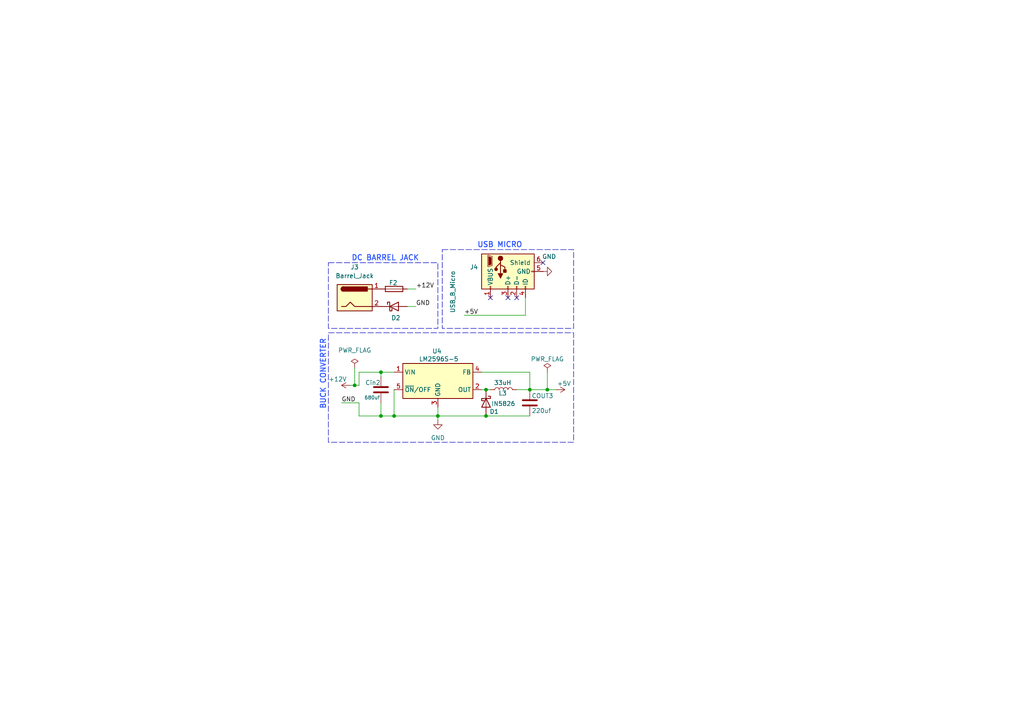
<source format=kicad_sch>
(kicad_sch (version 20250114) (generator "eeschema") (generator_version "9.0")
  (paper "A4")
  (lib_symbols
    (symbol "Connector:Barrel_Jack" (pin_names (offset 1.016))
      (property "Reference" "J" (at 0 5.334 0))
      (property "Value" "Barrel_Jack" (at 0 -5.08 0))
      (symbol "Barrel_Jack_0_1"
        (rectangle (start -5.08 3.81) (end 5.08 -3.81) (stroke (width 0.254)) (fill (type background)))
        (polyline (pts (xy -3.81 -2.54) (xy -2.54 -2.54) (xy -1.27 -1.27) (xy 0 -2.54) (xy 2.54 -2.54) (xy 5.08 -2.54)) (stroke (width 0.254)))
        (arc (start -3.302 1.905) (mid -3.9343 2.54) (end -3.302 3.175) (stroke (width 0.254)))
        (arc (start -3.302 1.905) (mid -3.9343 2.54) (end -3.302 3.175) (stroke (width 0.254)) (fill (type outline)))
        (rectangle (start 3.683 3.175) (end -3.302 1.905) (stroke (width 0.254)) (fill (type outline)))
        (polyline (pts (xy 5.08 2.54) (xy 3.81 2.54)) (stroke (width 0.254)))
      )
      (symbol "Barrel_Jack_1_1"
        (pin passive line (at 7.62 2.54 180) (length 2.54) (name "~") (number "1"))
        (pin passive line (at 7.62 -2.54 180) (length 2.54) (name "~") (number "2"))
      )
    )
    (symbol "Connector:USB_B_Micro" (pin_names (offset 1.016))
      (property "Reference" "J" (at -5.08 11.43 0))
      (property "Value" "USB_B_Micro" (at -5.08 8.89 0))
      (symbol "USB_B_Micro_0_1"
        (rectangle (start -5.08 -7.62) (end 5.08 7.62) (stroke (width 0.254)) (fill (type background)))
        (polyline (pts (xy -4.699 5.842) (xy -4.699 5.588) (xy -4.445 4.826) (xy -4.445 4.572) (xy -1.651 4.572) (xy -1.651 4.826) (xy -1.397 5.588) (xy -1.397 5.842) (xy -4.699 5.842)))
        (polyline (pts (xy -4.318 5.588) (xy -1.778 5.588) (xy -2.032 4.826) (xy -4.064 4.826) (xy -4.318 5.588)) (fill (type outline)))
        (circle (center -3.81 2.159) (radius 0.635) (stroke (width 0.254)) (fill (type outline)))
        (polyline (pts (xy -3.175 2.159) (xy -2.54 2.159) (xy -1.27 3.429) (xy -0.635 3.429)) (stroke (width 0.254)))
        (polyline (pts (xy -2.54 2.159) (xy -1.905 2.159) (xy -1.27 0.889) (xy 0 0.889)) (stroke (width 0.254)))
        (polyline (pts (xy -1.905 2.159) (xy 0.635 2.159)) (stroke (width 0.254)))
        (circle (center -0.635 3.429) (radius 0.381) (stroke (width 0.254)) (fill (type outline)))
        (rectangle (start -0.127 -7.62) (end 0.127 -6.858))
        (rectangle (start 0.254 1.27) (end -0.508 0.508) (stroke (width 0.254)) (fill (type outline)))
        (polyline (pts (xy 0.635 2.794) (xy 0.635 1.524) (xy 1.905 2.159) (xy 0.635 2.794)) (stroke (width 0.254)) (fill (type outline)))
        (rectangle (start 5.08 4.953) (end 4.318 5.207))
        (rectangle (start 5.08 -0.127) (end 4.318 0.127))
        (rectangle (start 5.08 -2.667) (end 4.318 -2.413))
        (rectangle (start 5.08 -5.207) (end 4.318 -4.953))
      )
      (symbol "USB_B_Micro_1_1"
        (pin passive line (at -2.54 -10.16 90) (length 2.54) (name "Shield") (number "6"))
        (pin power_out line (at 0 -10.16 90) (length 2.54) (name "GND") (number "5"))
        (pin power_out line (at 7.62 5.08 180) (length 2.54) (name "VBUS") (number "1"))
        (pin bidirectional line (at 7.62 0 180) (length 2.54) (name "D+") (number "3"))
        (pin bidirectional line (at 7.62 -2.54 180) (length 2.54) (name "D-") (number "2"))
        (pin passive line (at 7.62 -5.08 180) (length 2.54) (name "ID") (number "4"))
      )
    )
    (symbol "Device:C" (pin_numbers (hide yes)) (pin_names (offset 0.254))
      (property "Reference" "C" (at 0.635 2.54 0))
      (property "Value" "C" (at 0.635 -2.54 0))
      (symbol "C_0_1"
        (polyline (pts (xy -2.032 0.762) (xy 2.032 0.762)) (stroke (width 0.508)))
        (polyline (pts (xy -2.032 -0.762) (xy 2.032 -0.762)) (stroke (width 0.508)))
      )
      (symbol "C_1_1"
        (pin passive line (at 0 3.81 270) (length 2.794) (name "~") (number "1"))
        (pin passive line (at 0 -3.81 90) (length 2.794) (name "~") (number "2"))
      )
    )
    (symbol "Device:D_Schottky" (pin_numbers (hide yes)) (pin_names (offset 1.016) (hide yes))
      (property "Reference" "D" (at 0 2.54 0))
      (property "Value" "D_Schottky" (at 0 -2.54 0))
      (symbol "D_Schottky_0_1"
        (polyline (pts (xy -1.905 0.635) (xy -1.905 1.27) (xy -1.27 1.27) (xy -1.27 -1.27) (xy -0.635 -1.27) (xy -0.635 -0.635)) (stroke (width 0.254)))
        (polyline (pts (xy 1.27 1.27) (xy 1.27 -1.27) (xy -1.27 0) (xy 1.27 1.27)) (stroke (width 0.254)))
        (polyline (pts (xy 1.27 0) (xy -1.27 0)))
      )
      (symbol "D_Schottky_1_1"
        (pin passive line (at -3.81 0 0) (length 2.54) (name "K") (number "1"))
        (pin passive line (at 3.81 0 180) (length 2.54) (name "A") (number "2"))
      )
    )
    (symbol "Device:Fuse" (pin_numbers (hide yes)) (pin_names (offset 0))
      (property "Reference" "F" (at 2.032 0 90))
      (property "Value" "Fuse" (at -1.905 0 90))
      (symbol "Fuse_0_1"
        (rectangle (start -0.762 -2.54) (end 0.762 2.54) (stroke (width 0.254)))
        (polyline (pts (xy 0 2.54) (xy 0 -2.54)))
      )
      (symbol "Fuse_1_1"
        (pin passive line (at 0 3.81 270) (length 1.27) (name "~") (number "1"))
        (pin passive line (at 0 -3.81 90) (length 1.27) (name "~") (number "2"))
      )
    )
    (symbol "Device:L" (pin_numbers (hide yes)) (pin_names (offset 1.016) (hide yes))
      (property "Reference" "L" (at -1.27 0 90))
      (property "Value" "L" (at 1.905 0 90))
      (symbol "L_0_1"
        (arc (start 0 2.54) (mid 0.6323 1.905) (end 0 1.27))
        (arc (start 0 1.27) (mid 0.6323 0.635) (end 0 0))
        (arc (start 0 0) (mid 0.6323 -0.635) (end 0 -1.27))
        (arc (start 0 -1.27) (mid 0.6323 -1.905) (end 0 -2.54))
      )
      (symbol "L_1_1"
        (pin passive line (at 0 3.81 270) (length 1.27) (name "1") (number "1"))
        (pin passive line (at 0 -3.81 90) (length 1.27) (name "2") (number "2"))
      )
    )
    (symbol "Regulator_Switching:LM2596S-5"
      (property "Reference" "U" (at -10.16 6.35 0))
      (property "Value" "LM2596S-5" (at 0 6.35 0))
      (symbol "LM2596S-5_0_1"
        (rectangle (start -10.16 5.08) (end 10.16 -5.08) (stroke (width 0.254)) (fill (type background)))
      )
      (symbol "LM2596S-5_1_1"
        (pin power_in line (at -12.7 2.54 0) (length 2.54) (name "VIN") (number "1"))
        (pin input line (at -12.7 -2.54 0) (length 2.54) (name "~{ON}/OFF") (number "5"))
        (pin power_in line (at 0 -7.62 90) (length 2.54) (name "GND") (number "3"))
        (pin input line (at 12.7 2.54 180) (length 2.54) (name "FB") (number "4"))
        (pin output line (at 12.7 -2.54 180) (length 2.54) (name "OUT") (number "2"))
      )
    )
    (symbol "power:+12V" (power) (pin_numbers (hide yes)) (pin_names (offset 0) (hide yes))
      (property "Value" "+12V" (at 0 3.556 0))
      (symbol "+12V_0_1"
        (polyline (pts (xy -0.762 1.27) (xy 0 2.54)))
        (polyline (pts (xy 0 2.54) (xy 0.762 1.27)))
        (polyline (pts (xy 0 0) (xy 0 2.54)))
      )
      (symbol "+12V_1_1"
        (pin power_in line (at 0 0 90) (length 0) (name "~") (number "1"))
      )
    )
    (symbol "power:+5V" (power) (pin_numbers (hide yes)) (pin_names (offset 0) (hide yes))
      (property "Value" "+5V" (at 0 3.556 0))
      (symbol "+5V_0_1"
        (polyline (pts (xy -0.762 1.27) (xy 0 2.54)))
        (polyline (pts (xy 0 2.54) (xy 0.762 1.27)))
        (polyline (pts (xy 0 0) (xy 0 2.54)))
      )
      (symbol "+5V_1_1"
        (pin power_in line (at 0 0 90) (length 0) (name "~") (number "1"))
      )
    )
    (symbol "power:GND" (power) (pin_numbers (hide yes)) (pin_names (offset 0) (hide yes))
      (property "Value" "GND" (at 0 -3.81 0))
      (symbol "GND_0_1"
        (polyline (pts (xy 0 0) (xy 0 -1.27) (xy 1.27 -1.27) (xy 0 -2.54) (xy -1.27 -1.27) (xy 0 -1.27)))
      )
      (symbol "GND_1_1"
        (pin power_in line (at 0 0 270) (length 0) (name "~") (number "1"))
      )
    )
    (symbol "power:PWR_FLAG" (power) (pin_numbers (hide yes)) (pin_names (offset 0) (hide yes))
      (property "Value" "PWR_FLAG" (at 0 3.81 0))
      (symbol "PWR_FLAG_0_0"
        (pin power_out line (at 0 0 90) (length 0) (name "~") (number "1"))
      )
      (symbol "PWR_FLAG_0_1"
        (polyline (pts (xy 0 0) (xy 0 1.27) (xy -1.016 1.905) (xy 0 2.54) (xy 1.016 1.905) (xy 0 1.27)))
      )
    )
  )
  (rectangle (start 128.27 72.39) (end 166.37 95.25) (stroke (width 0) (type dash)))
  (rectangle (start 95.25 96.52) (end 166.37 128.27) (stroke (width 0) (type dash)))
  (rectangle (start 95.25 95.25) (end 127 76.2) (stroke (width 0) (type dash)))
  (text "DC BARREL JACK\n" (at 111.76 74.93 0) (effects (font (size 1.524 1.524) (thickness 0.254) (bold yes))))
  (text "BUCK CONVERTER \n" (at 93.726 107.95 90) (effects (font (size 1.524 1.524) (thickness 0.254) (bold yes))))
  (text "USB MICRO \n" (at 145.542 71.12 0) (effects (font (size 1.524 1.524) (thickness 0.254) (bold yes))))
  (junction (at 110.49 107.95))
  (junction (at 140.97 120.65))
  (junction (at 158.75 113.03))
  (junction (at 140.97 113.03))
  (junction (at 114.3 120.65))
  (junction (at 153.67 113.03))
  (junction (at 127 120.65))
  (junction (at 102.87 111.76))
  (junction (at 110.49 120.65))
  (no_connect (at 147.32 86.36))
  (no_connect (at 157.48 76.2))
  (no_connect (at 142.24 86.36))
  (no_connect (at 149.86 86.36))
  (wire (pts (xy 110.49 116.84) (xy 110.49 120.65)))
  (wire (pts (xy 139.7 107.95) (xy 153.67 107.95)))
  (wire (pts (xy 102.87 106.68) (xy 102.87 111.76)))
  (wire (pts (xy 153.67 113.03) (xy 158.75 113.03)))
  (wire (pts (xy 134.62 91.44) (xy 152.4 91.44)))
  (wire (pts (xy 99.06 116.84) (xy 104.14 116.84)))
  (wire (pts (xy 102.87 111.76) (xy 104.14 111.76)))
  (wire (pts (xy 127 120.65) (xy 127 118.11)))
  (wire (pts (xy 153.67 107.95) (xy 153.67 113.03)))
  (wire (pts (xy 120.65 83.82) (xy 118.11 83.82)))
  (wire (pts (xy 101.6 111.76) (xy 102.87 111.76)))
  (wire (pts (xy 161.29 113.03) (xy 158.75 113.03)))
  (wire (pts (xy 139.7 113.03) (xy 140.97 113.03)))
  (wire (pts (xy 158.75 107.95) (xy 158.75 113.03)))
  (wire (pts (xy 104.14 120.65) (xy 110.49 120.65)))
  (wire (pts (xy 104.14 116.84) (xy 104.14 120.65)))
  (wire (pts (xy 110.49 107.95) (xy 114.3 107.95)))
  (wire (pts (xy 110.49 107.95) (xy 110.49 109.22)))
  (wire (pts (xy 127 121.92) (xy 127 120.65)))
  (wire (pts (xy 114.3 120.65) (xy 127 120.65)))
  (wire (pts (xy 104.14 107.95) (xy 110.49 107.95)))
  (wire (pts (xy 127 120.65) (xy 140.97 120.65)))
  (wire (pts (xy 149.86 113.03) (xy 153.67 113.03)))
  (wire (pts (xy 104.14 111.76) (xy 104.14 107.95)))
  (wire (pts (xy 140.97 120.65) (xy 153.67 120.65)))
  (wire (pts (xy 140.97 113.03) (xy 142.24 113.03)))
  (wire (pts (xy 120.65 88.9) (xy 118.11 88.9)))
  (wire (pts (xy 114.3 113.03) (xy 114.3 120.65)))
  (wire (pts (xy 110.49 120.65) (xy 114.3 120.65)))
  (wire (pts (xy 152.4 86.36) (xy 152.4 91.44)))
  (label "+12V" (at 120.65 83.82 0))
  (label "GND" (at 120.65 88.9 0))
  (label "+5V" (at 134.62 91.44 0))
  (label "GND" (at 99.06 116.84 0))
  (symbol (lib_id "power:+12V") (at 101.6 111.76 90) (unit 1)
    (property "Reference" "#PWR08" (effects (hide yes)))
    (property "Value" "+12V" (at 100.584 109.982 90) (effects (justify left)))
    (property "Description" "Power symbol creates a global label with name \"+12V\"" (effects (hide yes)))
  )
  (symbol (lib_id "power:PWR_FLAG") (at 102.87 106.68 0) (unit 1)
    (property "Reference" "#FLG05" (effects (hide yes)))
    (property "Value" "PWR_FLAG" (at 102.87 101.6 0))
    (property "Description" "Special symbol for telling ERC where power comes from" (effects (hide yes)))
  )
  (symbol (lib_id "Device:C") (at 153.67 116.84 0) (unit 1)
    (property "Reference" "COUT3" (at 154.178 114.808 0) (effects (justify left)))
    (property "Value" "220uf" (at 154.178 119.126 0) (effects (justify left)))
    (property "Description" "Unpolarized capacitor" (effects (hide yes)))
  )
  (symbol (lib_id "Connector:USB_B_Micro") (at 147.32 78.74 90) (mirror x) (unit 1)
    (property "Reference" "J4" (at 138.684 77.47 90) (effects (justify left)))
    (property "Value" "USB_B_Micro" (at 131.318 78.486 0) (effects (justify left)))
    (property "Footprint" "Connector_USB:USB_Micro-B_Molex-105017-0001" (effects (hide yes)))
    (property "Description" "USB Micro Type B connector" (effects (hide yes)))
    (property "Sim.Library" "C:\\Users\\Victus\\Downloads\\165096554-36-1734035-2\\1734035-2_3D.dwg" (effects (hide yes)))
  )
  (symbol (lib_id "power:PWR_FLAG") (at 158.75 107.95 0) (unit 1)
    (property "Reference" "#FLG07" (effects (hide yes)))
    (property "Value" "PWR_FLAG" (at 158.75 104.14 0))
    (property "Description" "Special symbol for telling ERC where power comes from" (effects (hide yes)))
  )
  (symbol (lib_id "power:GND") (at 127 121.92 0) (unit 1)
    (property "Reference" "#PWR09" (effects (hide yes)))
    (property "Value" "GND" (at 127 127 0))
    (property "Description" "Power symbol creates a global label with name \"GND\" , ground" (effects (hide yes)))
  )
  (symbol (lib_id "power:+5V") (at 161.29 113.03 270) (unit 1)
    (property "Reference" "#PWR010" (effects (hide yes)))
    (property "Value" "+5V" (at 161.544 111.252 90) (effects (justify left)))
    (property "Description" "Power symbol creates a global label with name \"+5V\"" (effects (hide yes)))
  )
  (symbol (lib_id "Connector:Barrel_Jack") (at 102.87 86.36 0) (unit 1)
    (property "Reference" "J3" (at 102.87 77.47 0))
    (property "Value" "Barrel_Jack" (at 102.87 80.01 0))
    (property "Footprint" "Connector_BarrelJack:BarrelJack_Kycon_KLDX-0202-xC_Horizontal" (effects (hide yes)))
    (property "Description" "DC Barrel Jack" (effects (hide yes)))
  )
  (symbol (lib_id "Regulator_Switching:LM2596S-5") (at 127 110.49 0) (unit 1)
    (property "Reference" "U4" (at 126.746 101.854 0))
    (property "Value" "LM2596S-5" (at 127.254 104.14 0))
    (property "Footprint" "Package_TO_SOT_SMD:TO-263-5_TabPin3" (effects (hide yes)))
    (property "Datasheet" "http://www.ti.com/lit/ds/symlink/lm2596.pdf" (effects (hide yes)))
    (property "Description" "5V 3A Step-Down Voltage Regulator, TO-263" (effects (hide yes)))
  )
  (symbol (lib_id "Device:D_Schottky") (at 114.3 88.9 0) (unit 1)
    (property "Reference" "D2" (at 114.808 92.202 0))
    (property "Value" "D_Schottky" (effects (hide yes)))
    (property "Description" "Schottky diode" (effects (hide yes)))
  )
  (symbol (lib_id "Device:C") (at 110.49 113.03 0) (unit 1)
    (property "Reference" "Cin2" (at 105.918 110.998 0) (effects (justify left)))
    (property "Value" "680uf" (at 105.664 115.316 0) (effects (font (size 1.016 1.016)) (justify left)))
    (property "Description" "Unpolarized capacitor" (effects (hide yes)))
  )
  (symbol (lib_id "Device:L") (at 146.05 113.03 90) (unit 1)
    (property "Reference" "L3" (at 145.796 114.046 90))
    (property "Value" "33uH" (at 145.796 110.998 90))
    (property "Description" "Inductor" (effects (hide yes)))
  )
  (symbol (lib_id "Device:Fuse") (at 114.3 83.82 270) (unit 1)
    (property "Reference" "F2" (at 114.046 82.042 90))
    (property "Value" "Fuse" (effects (hide yes)))
    (property "Footprint" "Fuse:Fuse_0402_1005Metric" (effects (hide yes)))
    (property "Description" "Fuse" (effects (hide yes)))
  )
  (symbol (lib_id "power:GND") (at 157.48 78.74 90) (unit 1)
    (property "Reference" "#PWR011" (effects (hide yes)))
    (property "Value" "GND" (at 157.226 74.422 90) (effects (justify right)))
    (property "Description" "Power symbol creates a global label with name \"GND\" , ground" (effects (hide yes)))
  )
  (symbol (lib_id "Device:D_Schottky") (at 140.97 116.84 270) (unit 1)
    (property "Reference" "IN5826" (at 142.494 117.094 90) (effects (justify left)))
    (property "Value" "D1" (at 141.986 119.38 90) (effects (justify left)))
    (property "Description" "Schottky diode" (effects (hide yes)))
  )
)
</source>
